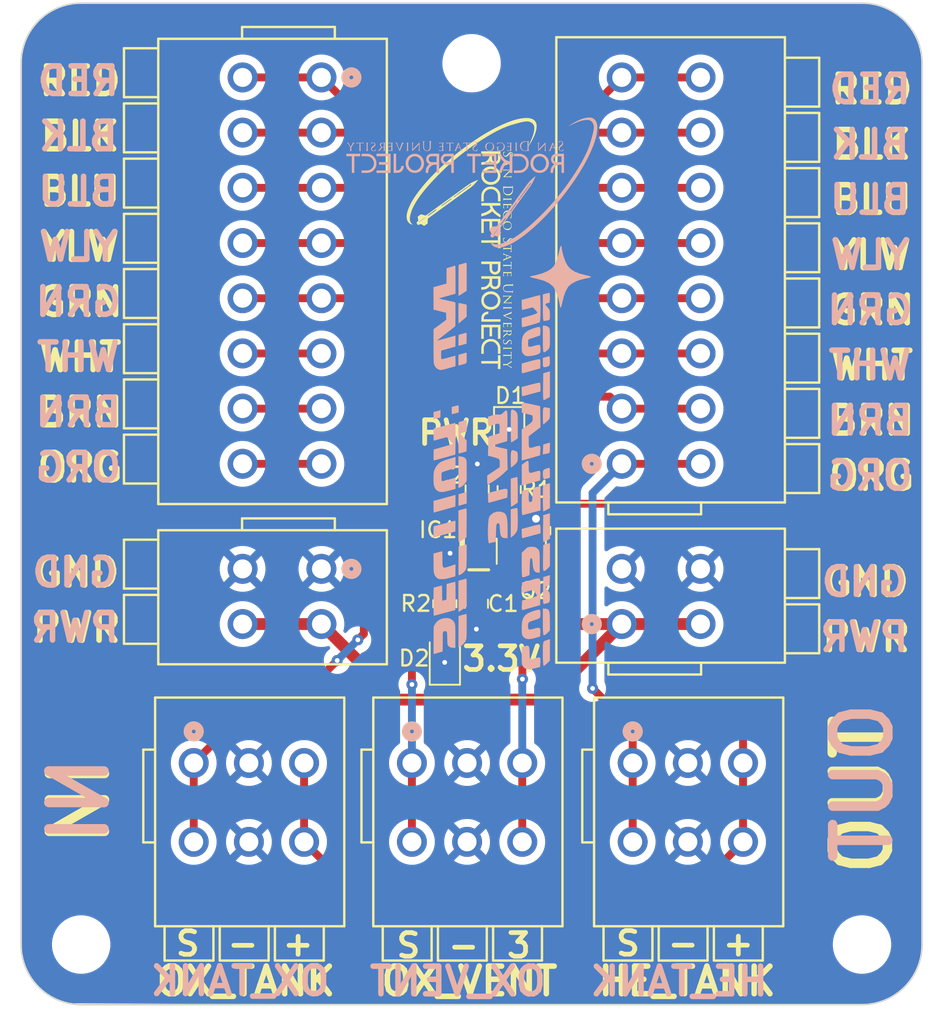
<source format=kicad_pcb>
(kicad_pcb (version 20241229) (generator "pcbnew") (generator_version "9.0")
  (layers (0 "F.Cu" signal) (2 "B.Cu" power) (13 "F.Paste" user) (15 "B.Paste" user) (5 "F.SilkS" user "F.Silkscreen") (7 "B.SilkS" user "B.Silkscreen") (1 "F.Mask" user) (3 "B.Mask" user) (25 "Edge.Cuts" user))
  (net 0 "")
  (net 1 "+3.3V")
  (net 2 "GND")
  (net 3 "VBUS")
  (net 4 "Net-(D1-A)")
  (net 5 "Net-(D2-A)")
  (net 6 "MOV")
  (net 7 "ENG_CHAMBER")
  (net 8 "MFV")
  (net 9 "+BATT")
  (net 10 "O_VENT")
  (net 11 "O_TANK")
  (net 12 "HE_TANK")
  (net 13 "F_TANK")
  (net 14 "F_VENT")
  (net 15 "unconnected-(J2-6_1-Pad11)")
  (net 16 "unconnected-(J2-8_1-Pad15)")
  (net 17 "unconnected-(J2-7_1-Pad13)")
  (footprint "MountingHole:MountingHole_3.2mm_M3" (layer "F.Cu") (at 78.74 85.09)
    (property "Reference" "H2" (hide yes))
    (property "Value" "MountingHole")
    (pad "" np_thru_hole circle (at 0 0) (size 3.2 3.2) (drill 3.2) (layers "*.Cu" "*.Mask"))
  )
  (footprint "Wago 2601_1108:CONN8_2601-1108_WAG" (layer "F.Cu") (at 63.5 54.61 90)
    (property "Reference" "J1" (hide yes))
    (property "Value" "SIGNAL_OUT")
    (pad "1" thru_hole circle (at 0 0 90) (size 1.9 1.9) (drill 1.2) (layers "*.Cu" "*.Mask") (net 12 "HE_TANK"))
    (pad "2" thru_hole circle (at 0 5 90) (size 1.9 1.9) (drill 1.2) (layers "*.Cu" "*.Mask") (net 12 "HE_TANK"))
    (pad "3" thru_hole circle (at 3.5 0 90) (size 1.9 1.9) (drill 1.2) (layers "*.Cu" "*.Mask") (net 10 "O_VENT"))
    (pad "4" thru_hole circle (at 3.500001 4.999999 90) (size 1.9 1.9) (drill 1.2) (layers "*.Cu" "*.Mask") (net 10 "O_VENT"))
    (pad "5" thru_hole circle (at 7.000002 0 90) (size 1.9 1.9) (drill 1.2) (layers "*.Cu" "*.Mask") (net 11 "O_TANK"))
    (pad "6" thru_hole circle (at 7.000002 5 90) (size 1.9 1.9) (drill 1.2) (layers "*.Cu" "*.Mask") (net 11 "O_TANK"))
    (pad "7" thru_hole circle (at 10.500003 0 90) (size 1.9 1.9) (drill 1.2) (layers "*.Cu" "*.Mask") (net 14 "F_VENT"))
    (pad "8" thru_hole circle (at 10.500003 5 90) (size 1.9 1.9) (drill 1.2) (layers "*.Cu" "*.Mask") (net 14 "F_VENT"))
    (pad "9" thru_hole circle (at 14.000003 0 90) (size 1.9 1.9) (drill 1.2) (layers "*.Cu" "*.Mask") (net 13 "F_TANK"))
    (pad "10" thru_hole circle (at 14.000003 5 90) (size 1.9 1.9) (drill 1.2) (layers "*.Cu" "*.Mask") (net 13 "F_TANK"))
    (pad "11" thru_hole circle (at 17.500003 0 90) (size 1.9 1.9) (drill 1.2) (layers "*.Cu" "*.Mask") (net 8 "MFV"))
    (pad "12" thru_hole circle (at 17.500003 5 90) (size 1.9 1.9) (drill 1.2) (layers "*.Cu" "*.Mask") (net 8 "MFV"))
    (pad "13" thru_hole circle (at 21.000004 0 90) (size 1.9 1.9) (drill 1.2) (layers "*.Cu" "*.Mask") (net 6 "MOV"))
    (pad "14" thru_hole circle (at 21.000004 5 90) (size 1.9 1.9) (drill 1.2) (layers "*.Cu" "*.Mask") (net 6 "MOV"))
    (pad "15" thru_hole circle (at 24.500005 0 90) (size 1.9 1.9) (drill 1.2) (layers "*.Cu" "*.Mask") (net 7 "ENG_CHAMBER"))
    (pad "16" thru_hole circle (at 24.500005 5 90) (size 1.9 1.9) (drill 1.2) (layers "*.Cu" "*.Mask") (net 7 "ENG_CHAMBER"))
  )
  (footprint "Wago 2601_1103:CONN3_2601-1103_WAG" (layer "F.Cu") (at 64.195 73.58)
    (property "Reference" "J7" (hide yes))
    (property "Value" "PT_2")
    (pad "1" thru_hole circle (at 0 0) (size 1.9 1.9) (drill 1.2) (layers "*.Cu" "*.Mask") (net 12 "HE_TANK"))
    (pad "2" thru_hole circle (at 0 5) (size 1.9 1.9) (drill 1.2) (layers "*.Cu" "*.Mask") (net 12 "HE_TANK"))
    (pad "3" thru_hole circle (at 3.5 0) (size 1.9 1.9) (drill 1.2) (layers "*.Cu" "*.Mask") (net 2 "GND"))
    (pad "4" thru_hole circle (at 3.5 5) (size 1.9 1.9) (drill 1.2) (layers "*.Cu" "*.Mask") (net 2 "GND"))
    (pad "5" thru_hole circle (at 7.000001 0) (size 1.9 1.9) (drill 1.2) (layers "*.Cu" "*.Mask") (net 3 "VBUS"))
    (pad "6" thru_hole circle (at 7.000001 5) (size 1.9 1.9) (drill 1.2) (layers "*.Cu" "*.Mask") (net 3 "VBUS"))
  )
  (footprint "Resistor_SMD:R_0805_2012Metric" (layer "F.Cu") (at 56.36 56.242499 90)
    (property "Reference" "R1" (at 0.003471 1.73 180) (layer "F.SilkS"))
    (property "Value" "470")
    (pad "1" smd roundrect (at -0.9125 0 90) (size 1.025 1.4) (layers "F.Cu" "F.Mask" "F.Paste") (roundrect_rratio 0.243902) (net 3 "VBUS"))
    (pad "2" smd roundrect (at 0.9125 0 90) (size 1.025 1.4) (layers "F.Cu" "F.Mask" "F.Paste") (roundrect_rratio 0.243902) (net 4 "Net-(D1-A)"))
  )
  (footprint "SDSU RP:RP_Logo" (layer "F.Cu") (at 53.975 40.64 -90)
    (property "Reference" "G***" (hide yes))
    (property "Value" "LOGO" (hide yes))
  )
  (footprint "TLV76033DBZR:SOT95P237X112-3N" (layer "F.Cu") (at 53.379999 59.83 180)
    (property "Reference" "IC1" (at 1.53 1.03 180) (layer "F.SilkS"))
    (property "Value" "TLV76033DBZR" (hide yes))
    (pad "1" smd rect (at -1.050001 -0.95 270) (size 0.6 1.25) (layers "F.Cu" "F.Mask" "F.Paste") (net 1 "+3.3V"))
    (pad "2" smd rect (at -1.050001 0.95 270) (size 0.6 1.25) (layers "F.Cu" "F.Mask" "F.Paste") (net 3 "VBUS"))
    (pad "3" smd rect (at 1.05 0 270) (size 0.6 1.25) (layers "F.Cu" "F.Mask" "F.Paste") (net 2 "GND"))
  )
  (footprint "Capacitor_SMD:C_0805_2012Metric" (layer "F.Cu") (at 54.329999 56.23 90)
    (property "Reference" "C2" (at 0.89 -1.75 180) (layer "F.SilkS"))
    (property "Value" "0.1uF")
    (pad "1" smd roundrect (at -0.949999 0 90) (size 1 1.45) (layers "F.Cu" "F.Mask" "F.Paste") (net 3 "VBUS"))
    (pad "2" smd roundrect (at 0.949999 0 90) (size 1 1.45) (layers "F.Cu" "F.Mask" "F.Paste") (net 2 "GND"))
  )
  (footprint "MountingHole:MountingHole_3.2mm_M3" (layer "F.Cu") (at 29.21 85.09)
    (property "Reference" "H1" (hide yes))
    (property "Value" "MountingHole")
    (pad "" np_thru_hole circle (at 0 0) (size 3.2 3.2) (drill 3.2) (layers "*.Cu" "*.Mask"))
  )
  (footprint "Resistor_SMD:R_0805_2012Metric" (layer "F.Cu") (at 52.279999 63.479999 -90)
    (property "Reference" "R2" (at -0.009998 1.84 180) (layer "F.SilkS"))
    (property "Value" "75")
    (pad "1" smd roundrect (at -0.9125 0 270) (size 1.025 1.4) (layers "F.Cu" "F.Mask" "F.Paste") (roundrect_rratio 0.243902) (net 1 "+3.3V"))
    (pad "2" smd roundrect (at 0.9125 0 270) (size 1.025 1.4) (layers "F.Cu" "F.Mask" "F.Paste") (roundrect_rratio 0.243902) (net 5 "Net-(D2-A)"))
  )
  (footprint "LED_SMD:LED_0805_2012Metric" (layer "F.Cu") (at 56.36 52.692499 -90)
    (property "Reference" "D1" (at -2.402499 -0.069999 180) (layer "F.SilkS"))
    (property "Value" "GREEN")
    (pad "1" smd roundrect (at -0.937501 0 270) (size 0.975 1.4) (layers "F.Cu" "F.Mask" "F.Paste") (net 2 "GND"))
    (pad "2" smd roundrect (at 0.937501 0 270) (size 0.975 1.4) (layers "F.Cu" "F.Mask" "F.Paste") (net 4 "Net-(D1-A)"))
  )
  (footprint "Wago 2601_1103:CONN3_2601-1103_WAG" (layer "F.Cu") (at 36.35 73.58)
    (property "Reference" "J6" (hide yes))
    (property "Value" "PT_1")
    (pad "1" thru_hole circle (at 0 0) (size 1.9 1.9) (drill 1.2) (layers "*.Cu" "*.Mask") (net 11 "O_TANK"))
    (pad "2" thru_hole circle (at 0 5) (size 1.9 1.9) (drill 1.2) (layers "*.Cu" "*.Mask") (net 11 "O_TANK"))
    (pad "3" thru_hole circle (at 3.5 0) (size 1.9 1.9) (drill 1.2) (layers "*.Cu" "*.Mask") (net 2 "GND"))
    (pad "4" thru_hole circle (at 3.5 5) (size 1.9 1.9) (drill 1.2) (layers "*.Cu" "*.Mask") (net 2 "GND"))
    (pad "5" thru_hole circle (at 7.000001 0) (size 1.9 1.9) (drill 1.2) (layers "*.Cu" "*.Mask") (net 3 "VBUS"))
    (pad "6" thru_hole circle (at 7.000001 5) (size 1.9 1.9) (drill 1.2) (layers "*.Cu" "*.Mask") (net 3 "VBUS"))
  )
  (footprint "LED_SMD:LED_0805_2012Metric" (layer "F.Cu") (at 52.279999 66.929999 90)
    (property "Reference" "D2" (at -0.009189 -1.949999 180) (layer "F.SilkS"))
    (property "Value" "RED")
    (pad "1" smd roundrect (at -0.937501 0 90) (size 0.975 1.4) (layers "F.Cu" "F.Mask" "F.Paste") (net 2 "GND"))
    (pad "2" smd roundrect (at 0.937501 0 90) (size 0.975 1.4) (layers "F.Cu" "F.Mask" "F.Paste") (net 5 "Net-(D2-A)"))
  )
  (footprint "Package_TO_SOT_SMD:SOT-23-3" (layer "F.Cu") (at 57.129999 60.15 -90)
    (property "Reference" "Q2" (at 2.51 -0.9 180) (layer "F.SilkS"))
    (property "Value" "DMP3099L")
    (pad "1" smd roundrect (at -1.1375 -0.949999 270) (size 1.325 0.6) (layers "F.Cu" "F.Mask" "F.Paste") (net 2 "GND"))
    (pad "2" smd roundrect (at -1.1375 0.949999 270) (size 1.325 0.6) (layers "F.Cu" "F.Mask" "F.Paste") (net 3 "VBUS"))
    (pad "3" smd roundrect (at 1.1375 0 270) (size 1.325 0.6) (layers "F.Cu" "F.Mask" "F.Paste") (net 9 "+BATT"))
  )
  (footprint "Wago 2601_1102:CONN2_2601-1102_WAG" (layer "F.Cu") (at 44.45 61.27 -90)
    (property "Reference" "J4" (hide yes))
    (property "Value" "PWR IN")
    (pad "1" thru_hole circle (at 0 0 270) (size 1.9 1.9) (drill 1.2) (layers "*.Cu" "*.Mask") (net 2 "GND"))
    (pad "2" thru_hole circle (at 0 5 270) (size 1.9 1.9) (drill 1.2) (layers "*.Cu" "*.Mask") (net 2 "GND"))
    (pad "3" thru_hole circle (at 3.5 0 270) (size 1.9 1.9) (drill 1.2) (layers "*.Cu" "*.Mask") (net 9 "+BATT"))
    (pad "4" thru_hole circle (at 3.5 5 270) (size 1.9 1.9) (drill 1.2) (layers "*.Cu" "*.Mask") (net 9 "+BATT"))
  )
  (footprint "Wago 2601_1102:CONN2_2601-1102_WAG" (layer "F.Cu") (at 63.5 64.77 90)
    (property "Reference" "J3" (hide yes))
    (property "Value" "PWR IN")
    (pad "1" thru_hole circle (at 0 0 90) (size 1.9 1.9) (drill 1.2) (layers "*.Cu" "*.Mask") (net 9 "+BATT"))
    (pad "2" thru_hole circle (at 0 5 90) (size 1.9 1.9) (drill 1.2) (layers "*.Cu" "*.Mask") (net 9 "+BATT"))
    (pad "3" thru_hole circle (at 3.5 0 90) (size 1.9 1.9) (drill 1.2) (layers "*.Cu" "*.Mask") (net 2 "GND"))
    (pad "4" thru_hole circle (at 3.5 5 90) (size 1.9 1.9) (drill 1.2) (layers "*.Cu" "*.Mask") (net 2 "GND"))
  )
  (footprint "Capacitor_SMD:C_0805_2012Metric" (layer "F.Cu") (at 54.279999 63.479999 -90)
    (property "Reference" "C1" (at 0.000001 -1.7 180) (layer "F.SilkS"))
    (property "Value" "0.1uF")
    (pad "1" smd roundrect (at -0.949999 0 270) (size 1 1.45) (layers "F.Cu" "F.Mask" "F.Paste") (net 1 "+3.3V"))
    (pad "2" smd roundrect (at 0.949999 0 270) (size 1 1.45) (layers "F.Cu" "F.Mask" "F.Paste") (net 2 "GND"))
  )
  (footprint "Wago 2601_1103:CONN3_2601-1103_WAG" (layer "F.Cu") (at 50.19 73.58)
    (property "Reference" "J5" (hide yes))
    (property "Value" "HALL_1")
    (pad "1" thru_hole circle (at 0 0) (size 1.9 1.9) (drill 1.2) (layers "*.Cu" "*.Mask") (net 10 "O_VENT"))
    (pad "2" thru_hole circle (at 0 5) (size 1.9 1.9) (drill 1.2) (layers "*.Cu" "*.Mask") (net 10 "O_VENT"))
    (pad "3" thru_hole circle (at 3.5 0) (size 1.9 1.9) (drill 1.2) (layers "*.Cu" "*.Mask") (net 2 "GND"))
    (pad "4" thru_hole circle (at 3.5 5) (size 1.9 1.9) (drill 1.2) (layers "*.Cu" "*.Mask") (net 2 "GND"))
    (pad "5" thru_hole circle (at 7.000001 0) (size 1.9 1.9) (drill 1.2) (layers "*.Cu" "*.Mask") (net 1 "+3.3V"))
    (pad "6" thru_hole circle (at 7.000001 5) (size 1.9 1.9) (drill 1.2) (layers "*.Cu" "*.Mask") (net 1 "+3.3V"))
  )
  (footprint "MountingHole:MountingHole_3.2mm_M3" (layer "F.Cu") (at 53.975 29.21)
    (property "Reference" "H3" (hide yes))
    (property "Value" "MountingHole")
    (pad "" np_thru_hole circle (at 0 0) (size 3.2 3.2) (drill 3.2) (layers "*.Cu" "*.Mask"))
  )
  (footprint "Wago 2601_1108:CONN8_2601-1108_WAG" (layer "F.Cu") (at 44.45 30.109995 -90)
    (property "Reference" "J2" (hide yes))
    (property "Value" "SIGNAL_OUT")
    (pad "1" thru_hole circle (at 0 0 270) (size 1.9 1.9) (drill 1.2) (layers "*.Cu" "*.Mask") (net 7 "ENG_CHAMBER"))
    (pad "2" thru_hole circle (at 0 5 270) (size 1.9 1.9) (drill 1.2) (layers "*.Cu" "*.Mask") (net 7 "ENG_CHAMBER"))
    (pad "3" thru_hole circle (at 3.5 0 270) (size 1.9 1.9) (drill 1.2) (layers "*.Cu" "*.Mask") (net 6 "MOV"))
    (pad "4" thru_hole circle (at 3.500001 4.999999 270) (size 1.9 1.9) (drill 1.2) (layers "*.Cu" "*.Mask") (net 6 "MOV"))
    (pad "5" thru_hole circle (at 7.000002 0 270) (size 1.9 1.9) (drill 1.2) (layers "*.Cu" "*.Mask") (net 8 "MFV"))
    (pad "6" thru_hole circle (at 7.000002 5 270) (size 1.9 1.9) (drill 1.2) (layers "*.Cu" "*.Mask") (net 8 "MFV"))
    (pad "7" thru_hole circle (at 10.500003 0 270) (size 1.9 1.9) (drill 1.2) (layers "*.Cu" "*.Mask") (net 13 "F_TANK"))
    (pad "8" thru_hole circle (at 10.500003 5 270) (size 1.9 1.9) (drill 1.2) (layers "*.Cu" "*.Mask") (net 13 "F_TANK"))
    (pad "9" thru_hole circle (at 14.000003 0 270) (size 1.9 1.9) (drill 1.2) (layers "*.Cu" "*.Mask") (net 14 "F_VENT"))
    (pad "10" thru_hole circle (at 14.000003 5 270) (size 1.9 1.9) (drill 1.2) (layers "*.Cu" "*.Mask") (net 14 "F_VENT"))
    (pad "11" thru_hole circle (at 17.500003 0 270) (size 1.9 1.9) (drill 1.2) (layers "*.Cu" "*.Mask") (net 15 "unconnected-(J2-6_1-Pad11)"))
    (pad "12" thru_hole circle (at 17.500003 5 270) (size 1.9 1.9) (drill 1.2) (layers "*.Cu" "*.Mask") (net 15 "unconnected-(J2-6_1-Pad11)"))
    (pad "13" thru_hole circle (at 21.000004 0 270) (size 1.9 1.9) (drill 1.2) (layers "*.Cu" "*.Mask") (net 17 "unconnected-(J2-7_1-Pad13)"))
    (pad "14" thru_hole circle (at 21.000004 5 270) (size 1.9 1.9) (drill 1.2) (layers "*.Cu" "*.Mask") (net 17 "unconnected-(J2-7_1-Pad13)"))
    (pad "15" thru_hole circle (at 24.500005 0 270) (size 1.9 1.9) (drill 1.2) (layers "*.Cu" "*.Mask") (net 16 "unconnected-(J2-8_1-Pad15)"))
    (pad "16" thru_hole circle (at 24.500005 5 270) (size 1.9 1.9) (drill 1.2) (layers "*.Cu" "*.Mask") (net 16 "unconnected-(J2-8_1-Pad15)"))
  )
  (footprint "LOGO" (layer "B.Cu") (at 58.546016 54.001485 90)
    (property "Reference" "G***" (hide yes))
    (property "Value" "LOGO" (hide yes))
  )
  (footprint "SDSU RP:RP_Logo" (layer "B.Cu") (at 53.99 36.78 180)
    (property "Reference" "G***" (hide yes))
    (property "Value" "LOGO" (hide yes))
  )
  (footprint "LOGO" (layer "B.Cu") (at 52.592457 54.277605 90)
    (property "Reference" "G***" (hide yes))
    (property "Value" "LOGO" (hide yes))
  )
  (gr_line (start 25.4 85.09) (end 25.4 29.21) (stroke (width 0.1)) (layer "Edge.Cuts"))
  (gr_arc (start 29.21 88.9) (mid 26.515923 87.784077) (end 25.4 85.09) (stroke (width 0.1)) (layer "Edge.Cuts"))
  (gr_arc (start 82.55 85.09) (mid 81.434077 87.784077) (end 78.74 88.9) (stroke (width 0.1)) (layer "Edge.Cuts"))
  (gr_arc (start 25.4 29.21) (mid 26.515923 26.515923) (end 29.21 25.4) (stroke (width 0.1)) (layer "Edge.Cuts"))
  (gr_line (start 78.74 88.9) (end 29.21 88.9) (stroke (width 0.1)) (layer "Edge.Cuts"))
  (gr_line (start 82.55 29.21) (end 82.55 85.09) (stroke (width 0.1)) (layer "Edge.Cuts"))
  (gr_arc (start 78.74 25.4) (mid 81.434077 26.515923) (end 82.55 29.21) (stroke (width 0.1)) (layer "Edge.Cuts"))
  (gr_line (start 29.21 25.4) (end 78.74 25.4) (stroke (width 0.1)) (layer "Edge.Cuts"))
  (gr_text "RED" (at 76.585 31.889995 0) (layer "F.SilkS") (effects (font (size 1.75 1.75) (thickness 0.35) (bold yes)) (justify left bottom)))
  (gr_text "IN" (at 26.73 73.02 270) (layer "F.SilkS") (effects (font (size 3.5 3.5) (thickness 0.6) (bold yes)) (justify left bottom)))
  (gr_text "3" (at 56.970001 86.03 0) (layer "F.SilkS") (effects (font (size 1.5 1.5) (thickness 0.3) (bold yes)) (justify bottom)))
  (gr_text "BRN" (at 76.46 52.889995 0) (layer "F.SilkS") (effects (font (size 1.75 1.75) (thickness 0.35) (bold yes)) (justify left bottom)))
  (gr_text "BLK" (at 76.668333 35.389995 0) (layer "F.SilkS") (effects (font (size 1.75 1.75) (thickness 0.35) (bold yes)) (justify left bottom)))
  (gr_text "HE_TANK" (at 67.65 88.44 0) (layer "F.SilkS") (effects (font (size 1.75 1.75) (thickness 0.35) (bold yes)) (justify bottom)))
  (gr_text "+" (at 42.970002 85.91 0) (layer "F.SilkS") (effects (font (size 1.5 1.5) (thickness 0.3) (bold yes)) (justify bottom)))
  (gr_text "PWR" (at 50.44575 53.516616 0) (layer "F.SilkS") (effects (font (size 1.5 1.5) (thickness 0.3) (bold yes)) (justify left bottom)))
  (gr_text "S" (at 35.970001 85.91 0) (layer "F.SilkS") (effects (font (size 1.5 1.5) (thickness 0.3) (bold yes)) (justify bottom)))
  (gr_text "YLW" (at 26.450001 41.865996 0) (layer "F.SilkS") (effects (font (size 1.75 1.75) (thickness 0.35) (bold yes)) (justify left bottom)))
  (gr_text "RED" (at 26.366668 31.365996 0) (layer "F.SilkS") (effects (font (size 1.75 1.75) (thickness 0.35) (bold yes)) (justify left bottom)))
  (gr_text "OX_TANK" (at 39.66 88.44 0) (layer "F.SilkS") (effects (font (size 1.75 1.75) (thickness 0.35) (bold yes)) (justify bottom)))
  (gr_text "-" (at 39.470002 85.91 0) (layer "F.SilkS") (effects (font (size 1.5 1.5) (thickness 0.3) (bold yes)) (justify bottom)))
  (gr_text "S" (at 63.895001 85.9 0) (layer "F.SilkS") (effects (font (size 1.5 1.5) (thickness 0.3) (bold yes)) (justify bottom)))
  (gr_text "BLU" (at 76.626666 38.889995 0) (layer "F.SilkS") (effects (font (size 1.75 1.75) (thickness 0.35) (bold yes)) (justify left bottom)))
  (gr_text "YLW" (at 76.668333 42.389995 0) (layer "F.SilkS") (effects (font (size 1.75 1.75) (thickness 0.35) (bold yes)) (justify left bottom)))
  (gr_text "GRN" (at 26.241668 45.365996 0) (layer "F.SilkS") (effects (font (size 1.75 1.75) (thickness 0.35) (bold yes)) (justify left bottom)))
  (gr_text "WHT" (at 26.325001 48.865996 0) (layer "F.SilkS") (effects (font (size 1.75 1.75) (thickness 0.35) (bold yes)) (justify left bottom)))
  (gr_text "PWR" (at 76.024999 66.62 0) (layer "F.SilkS") (effects (font (size 1.75 1.75) (thickness 0.35) (bold yes)) (justify left bottom)))
  (gr_text "S" (at 49.97 86.03 0) (layer "F.SilkS") (effects (font (size 1.5 1.5) (thickness 0.3) (bold yes)) (justify bottom)))
  (gr_text "ORG" (at 76.46 56.39 0) (layer "F.SilkS") (effects (font (size 1.75 1.75) (thickness 0.35) (bold yes)) (justify left bottom)))
  (gr_text "+" (at 70.895002 85.9 0) (layer "F.SilkS") (effects (font (size 1.5 1.5) (thickness 0.3) (bold yes)) (justify bottom)))
  (gr_text "3.3V" (at 53.229999 67.85 0) (layer "F.SilkS") (effects (font (size 1.5 1.5) (thickness 0.3) (bold yes)) (justify left bottom)))
  (gr_text "PWR" (at 25.95 66.02 0) (layer "F.SilkS") (effects (font (size 1.75 1.75) (thickness 0.35) (bold yes)) (justify left bottom)))
  (gr_text "-" (at 67.395002 85.9 0) (layer "F.SilkS") (effects (font (size 1.5 1.5) (thickness 0.3) (bold yes)) (justify bottom)))
  (gr_text "-" (at 53.470001 86.03 0) (layer "F.SilkS") (effects (font (size 1.5 1.5) (thickness 0.3) (bold yes)) (justify bottom)))
  (gr_text "OX_VENT" (at 53.84 88.44 0) (layer "F.SilkS") (effects (font (size 1.75 1.75) (thickness 0.35) (bold yes)) (justify bottom)))
  (gr_text "BLK" (at 26.450001 34.865996 0) (layer "F.SilkS") (effects (font (size 1.75 1.75) (thickness 0.35) (bold yes)) (justify left bottom)))
  (gr_text "BRN" (at 26.241668 52.365996 0) (layer "F.SilkS") (effects (font (size 1.75 1.75) (thickness 0.35) (bold yes)) (justify left bottom)))
  (gr_text "GND" (at 26.033334 62.519999 0) (layer "F.SilkS") (effects (font (size 1.75 1.75) (thickness 0.35) (bold yes)) (justify left bottom)))
  (gr_text "ORG" (at 26.241668 55.866001 0) (layer "F.SilkS") (effects (font (size 1.75 1.75) (thickness 0.35) (bold yes)) (justify left bottom)))
  (gr_text "GND" (at 76.108333 63.119999 0) (layer "F.SilkS") (effects (font (size 1.75 1.75) (thickness 0.35) (bold yes)) (justify left bottom)))
  (gr_text "GRN" (at 76.46 45.889995 0) (layer "F.SilkS") (effects (font (size 1.75 1.75) (thickness 0.35) (bold yes)) (justify left bottom)))
  (gr_text "BLU" (at 26.408334 38.365996 0) (layer "F.SilkS") (effects (font (size 1.75 1.75) (thickness 0.35) (bold yes)) (justify left bottom)))
  (gr_text "WHT" (at 76.543333 49.389995 0) (layer "F.SilkS") (effects (font (size 1.75 1.75) (thickness 0.35) (bold yes)) (justify left bottom)))
  (gr_text "OUT" (at 80.81 81 90) (layer "F.SilkS") (effects (font (size 3.5 3.5) (thickness 0.6) (bold yes)) (justify left bottom)))
  (gr_text "BLU" (at 31.758335 38.359997 0) (layer "B.SilkS") (effects (font (size 1.75 1.75) (thickness 0.35) (bold yes)) (justify left bottom mirror)))
  (gr_text "GND" (at 31.706666 62.514001 0) (layer "B.SilkS") (effects (font (size 1.75 1.75) (thickness 0.35) (bold yes)) (justify left bottom mirror)))
  (gr_text "YLW" (at 81.935 42.383996 0) (layer "B.SilkS") (effects (font (size 1.75 1.75) (thickness 0.35) (bold yes)) (justify left bottom mirror)))
  (gr_text "IN" (at 26.7 78.98 270) (layer "B.SilkS") (effects (font (size 3.5 3.5) (thickness 0.6) (bold yes)) (justify left bottom mirror)))
  (gr_text "BLK" (at 31.716668 34.859997 0) (layer "B.SilkS") (effects (font (size 1.75 1.75) (thickness 0.35) (bold yes)) (justify left bottom mirror)))
  (gr_text "PWR" (at 31.79 66.014002 0) (layer "B.SilkS") (effects (font (size 1.75 1.75) (thickness 0.35) (bold yes)) (justify left bottom mirror)))
  (gr_text "GND" (at 81.781665 63.114001 0) (layer "B.SilkS") (effects (font (size 1.75 1.75) (thickness 0.35) (bold yes)) (justify left bottom mirror)))
  (gr_text "PWR" (at 81.864999 66.614002 0) (layer "B.SilkS") (effects (font (size 1.75 1.75) (thickness 0.35) (bold yes)) (justify left bottom mirror)))
  (gr_text "ORG" (at 82.143333 56.384001 0) (layer "B.SilkS") (effects (font (size 1.75 1.75) (thickness 0.35) (bold yes)) (justify left bottom mirror)))
  (gr_text "ORG" (at 31.925001 55.860002 0) (layer "B.SilkS") (effects (font (size 1.75 1.75) (thickness 0.35) (bold yes)) (justify left bottom mirror)))
  (gr_text "BRN" (at 82.143333 52.883996 0) (layer "B.SilkS") (effects (font (size 1.75 1.75) (thickness 0.35) (bold yes)) (justify left bottom mirror)))
  (gr_text "OX_TANK" (at 39.290001 88.424 0) (layer "B.SilkS") (effects (font (size 1.75 1.75) (thickness 0.35) (bold yes)) (justify bottom mirror)))
  (gr_text "YLW" (at 31.716668 41.859997 0) (layer "B.SilkS") (effects (font (size 1.75 1.75) (thickness 0.35) (bold yes)) (justify left bottom mirror)))
  (gr_text "OX_VENT" (at 53.1 88.444 0) (layer "B.SilkS") (effects (font (size 1.75 1.75) (thickness 0.35) (bold yes)) (justify bottom mirror)))
  (gr_text "WHT" (at 31.841668 48.859998 0) (layer "B.SilkS") (effects (font (size 1.75 1.75) (thickness 0.35) (bold yes)) (justify left bottom mirror)))
  (gr_text "HE_TANK" (at 67.14 88.444 0) (layer "B.SilkS") (effects (font (size 1.75 1.75) (thickness 0.35) (bold yes)) (justify bottom mirror)))
  (gr_text "GRN" (at 31.925001 45.359997 0) (layer "B.SilkS") (effects (font (size 1.75 1.75) (thickness 0.35) (bold yes)) (justify left bottom mirror)))
  (gr_text "RED" (at 82.018333 31.883996 0) (layer "B.SilkS") (effects (font (size 1.75 1.75) (thickness 0.35) (bold yes)) (justify left bottom mirror)))
  (gr_text "BLK" (at 81.935 35.383996 0) (layer "B.SilkS") (effects (font (size 1.75 1.75) (thickness 0.35) (bold yes)) (justify left bottom mirror)))
  (gr_text "GRN" (at 82.143333 45.883996 0) (layer "B.SilkS") (effects (font (size 1.75 1.75) (thickness 0.35) (bold yes)) (justify left bottom mirror)))
  (gr_text "BRN" (at 31.925001 52.359997 0) (layer "B.SilkS") (effects (font (size 1.75 1.75) (thickness 0.35) (bold yes)) (justify left bottom mirror)))
  (gr_text "RED" (at 31.800001 31.359997 0) (layer "B.SilkS") (effects (font (size 1.75 1.75) (thickness 0.35) (bold yes)) (justify left bottom mirror)))
  (gr_text "WHT" (at 82.06 49.383997 0) (layer "B.SilkS") (effects (font (size 1.75 1.75) (thickness 0.35) (bold yes)) (justify left bottom mirror)))
  (gr_text "OUT" (at 80.84 69.42 90) (layer "B.SilkS") (effects (font (size 3.5 3.5) (thickness 0.6) (bold yes)) (justify left bottom mirror)))
  (gr_text "BLU" (at 81.976667 38.883996 0) (layer "B.SilkS") (effects (font (size 1.75 1.75) (thickness 0.35) (bold yes)) (justify left bottom mirror)))
  (segment (start 54.279999 62.53) (end 57.2 65.450001) (width 0.5) (layer "F.Cu") (net 1))
  (segment (start 57.190001 78.58) (end 57.190001 73.58) (width 0.5) (layer "F.Cu") (net 1))
  (segment (start 57.2 65.450001) (end 57.2 68.26) (width 0.5) (layer "F.Cu") (net 1))
  (via (at 57.2 68.26) (size 0.7) (drill 0.3) (layers "F.Cu" "B.Cu") (net 1))
  (segment (start 57.190001 68.269999) (end 57.190001 73.58) (width 0.5) (layer "B.Cu") (net 1))
  (segment (start 57.2 68.26) (end 57.190001 68.269999) (width 0.5) (layer "B.Cu") (net 1))
  (segment (start 52.329999 59.999999) (end 52.329999 59.83) (width 0.5) (layer "F.Cu") (net 2))
  (segment (start 54.329999 55.280001) (end 54.329999 54.630001) (width 0.5) (layer "F.Cu") (net 2))
  (segment (start 52.279999 67.209999) (end 52.27 67.2) (width 0.5) (layer "F.Cu") (net 2))
  (segment (start 56.36 51.754998) (end 56.36 52.43) (width 0.5) (layer "F.Cu") (net 2))
  (segment (start 54.329999 54.630001) (end 54.34 54.62) (width 0.5) (layer "F.Cu") (net 2))
  (segment (start 52.279999 67.8675) (end 52.279999 67.209999) (width 0.5) (layer "F.Cu") (net 2))
  (segment (start 58.079998 59.0125) (end 58.079998 58.109998) (width 0.5) (layer "F.Cu") (net 2))
  (segment (start 54.279999 64.429998) (end 54.28 65.09) (width 0.5) (layer "F.Cu") (net 2))
  (segment (start 58.079998 58.109998) (end 58.06 58.09) (width 0.5) (layer "F.Cu") (net 2))
  (segment (start 52.61 60.28) (end 52.329999 59.999999) (width 0.5) (layer "F.Cu") (net 2))
  (via (at 54.28 65.09) (size 0.7) (drill 0.3) (layers "F.Cu" "B.Cu") (net 2))
  (via (at 54.34 54.62) (size 0.7) (drill 0.3) (layers "F.Cu" "B.Cu") (net 2))
  (via (at 52.27 67.2) (size 0.7) (drill 0.3) (layers "F.Cu" "B.Cu") (net 2))
  (via (at 52.61 60.28) (size 0.7) (drill 0.3) (layers "F.Cu" "B.Cu") (net 2))
  (via (at 56.36 52.43) (size 0.7) (drill 0.3) (layers "F.Cu" "B.Cu") (net 2))
  (via (at 58.06 58.09) (size 1) (drill 0.5) (layers "F.Cu" "B.Cu") (net 2))
  (segment (start 67.435001 82.34) (end 71.195001 78.58) (width 0.5) (layer "F.Cu") (net 3))
  (segment (start 56.375999 57.139) (end 56.36 57.154999) (width 0.5) (layer "F.Cu") (net 3))
  (segment (start 71.195001 73.58) (end 71.195001 78.58) (width 0.5) (layer "F.Cu") (net 3))
  (segment (start 71.195001 73.58) (end 71.195001 60.745001) (width 0.5) (layer "F.Cu") (net 3))
  (segment (start 43.350001 78.58) (end 47.110001 82.34) (width 0.5) (layer "F.Cu") (net 3))
  (segment (start 43.350001 73.58) (end 43.350001 78.58) (width 0.5) (layer "F.Cu") (net 3))
  (segment (start 67.589 57.139) (end 56.375999 57.139) (width 0.5) (layer "F.Cu") (net 3))
  (segment (start 71.195001 60.745001) (end 67.589 57.139) (width 0.5) (layer "F.Cu") (net 3))
  (segment (start 47.110001 82.34) (end 67.435001 82.34) (width 0.5) (layer "F.Cu") (net 3))
  (segment (start 56.36 53.63) (end 56.36 55.329999) (width 0.5) (layer "F.Cu") (net 4))
  (segment (start 52.279999 64.392499) (end 52.279999 65.992498) (width 0.5) (layer "F.Cu") (net 5))
  (segment (start 68.5 33.609996) (end 63.5 33.609996) (width 0.5) (layer "F.Cu") (net 6))
  (segment (start 63.5 33.609996) (end 44.45 33.609995) (width 0.5) (layer "F.Cu") (net 6))
  (segment (start 44.45 33.609995) (end 39.450001 33.609996) (width 0.5) (layer "F.Cu") (net 6))
  (segment (start 63.5 30.109995) (end 68.5 30.109995) (width 0.5) (layer "F.Cu") (net 7))
  (segment (start 45.651005 31.311) (end 62.298995 31.311) (width 0.5) (layer "F.Cu") (net 7))
  (segment (start 39.45 30.109995) (end 44.45 30.109995) (width 0.5) (layer "F.Cu") (net 7))
  (segment (start 44.45 30.109995) (end 45.651005 31.311) (width 0.5) (layer "F.Cu") (net 7))
  (segment (start 62.298995 31.311) (end 63.5 30.109995) (width 0.5) (layer "F.Cu") (net 7))
  (segment (start 63.5 37.109997) (end 68.5 37.109997) (width 0.5) (layer "F.Cu") (net 8))
  (segment (start 39.45 37.109997) (end 44.45 37.109997) (width 0.5) (layer "F.Cu") (net 8))
  (segment (start 44.45 37.109997) (end 63.5 37.109997) (width 0.5) (layer "F.Cu") (net 8))
  (segment (start 58.71 69.56) (end 63.5 64.77) (width 0.75) (layer "F.Cu") (net 9))
  (segment (start 49.24 69.56) (end 58.71 69.56) (width 0.75) (layer "F.Cu") (net 9))
  (segment (start 60.612499 64.77) (end 63.5 64.77) (width 0.75) (layer "F.Cu") (net 9))
  (segment (start 39.45 64.77) (end 44.45 64.77) (width 0.75) (layer "F.Cu") (net 9))
  (segment (start 44.45 64.77) (end 49.24 69.56) (width 0.75) (layer "F.Cu") (net 9))
  (segment (start 63.5 64.77) (end 68.5 64.77) (width 0.75) (layer "F.Cu") (net 9))
  (segment (start 57.129999 61.2875) (end 60.612499 64.77) (width 0.75) (layer "F.Cu") (net 9))
  (segment (start 50.19 68.6) (end 50.19 51.65) (width 0.5) (layer "F.Cu") (net 10))
  (segment (start 50.19 73.58) (end 50.19 78.58) (width 0.5) (layer "F.Cu") (net 10))
  (segment (start 51.49 50.35) (end 62.74 50.35) (width 0.5) (layer "F.Cu") (net 10))
  (segment (start 50.19 51.65) (end 51.49 50.35) (width 0.5) (layer "F.Cu") (net 10))
  (segment (start 62.74 50.35) (end 63.5 51.11) (width 0.5) (layer "F.Cu") (net 10))
  (segment (start 68.499999 51.109999) (end 63.5 51.11) (width 0.5) (layer "F.Cu") (net 10))
  (via (at 50.19 68.6) (size 0.7) (drill 0.3) (layers "F.Cu" "B.Cu") (net 10))
  (segment (start 50.19 68.6) (end 50.19 73.58) (width 0.5) (layer "B.Cu") (net 10))
  (segment (start 41.97 67.96) (end 36.35 73.58) (width 0.5) (layer "F.Cu") (net 11))
  (segment (start 45.450926 67.079074) (end 44.57 67.96) (width 0.5) (layer "F.Cu") (net 11))
  (segment (start 44.57 67.96) (end 41.97 67.96) (width 0.5) (layer "F.Cu") (net 11))
  (segment (start 47.980002 47.609998) (end 63.5 47.609998) (width 0.5) (layer "F.Cu") (net 11))
  (segment (start 46.759074 65.770926) (end 47.14 65.39) (width 0.5) (layer "F.Cu") (net 11))
  (segment (start 36.35 73.58) (end 36.35 78.58) (width 0.5) (layer "F.Cu") (net 11))
  (segment (start 63.5 47.609998) (end 68.5 47.609998) (width 0.5) (layer "F.Cu") (net 11))
  (segment (start 47.14 48.45) (end 47.980002 47.609998) (width 0.5) (layer "F.Cu") (net 11))
  (segment (start 47.14 65.39) (end 47.14 48.45) (width 0.5) (layer "F.Cu") (net 11))
  (via (at 45.450926 67.079074) (size 0.7) (drill 0.3) (layers "F.Cu" "B.Cu") (net 11))
  (via (at 46.759074 65.770926) (size 0.7) (drill 0.3) (layers "F.Cu" "B.Cu") (net 11))
  (segment (start 46.759074 65.770926) (end 45.450926 67.079074) (width 0.5) (layer "B.Cu") (net 11))
  (segment (start 63.5 54.61) (end 68.5 54.61) (width 0.5) (layer "F.Cu") (net 12))
  (segment (start 64.195 73.58) (end 64.195 71.395) (width 0.5) (layer "F.Cu") (net 12))
  (segment (start 64.195 71.395) (end 61.65 68.85) (width 0.5) (layer "F.Cu") (net 12))
  (segment (start 64.195 78.58) (end 64.195 73.58) (width 0.5) (layer "F.Cu") (net 12))
  (via (at 61.65 68.85) (size 0.7) (drill 0.3) (layers "F.Cu" "B.Cu") (net 12))
  (segment (start 61.65 68.85) (end 61.65 56.46) (width 0.5) (layer "B.Cu") (net 12))
  (segment (start 61.65 56.46) (end 63.5 54.61) (width 0.5) (layer "B.Cu") (net 12))
  (segment (start 39.45 40.609998) (end 44.45 40.609998) (width 0.5) (layer "F.Cu") (net 13))
  (segment (start 44.45 40.609998) (end 63.5 40.609997) (width 0.5) (layer "F.Cu") (net 13))
  (segment (start 63.5 40.609997) (end 68.5 40.609997) (width 0.5) (layer "F.Cu") (net 13))
  (segment (start 39.45 44.109998) (end 44.45 44.109998) (width 0.5) (layer "F.Cu") (net 14))
  (segment (start 44.45 44.109998) (end 63.5 44.109997) (width 0.5) (layer "F.Cu") (net 14))
  (segment (start 68.5 44.109997) (end 63.5 44.109997) (width 0.5) (layer "F.Cu") (net 14))
  (segment (start 39.45 47.609998) (end 44.45 47.609998) (width 0.5) (layer "F.Cu") (net 15))
  (segment (start 44.45 54.61) (end 39.45 54.61) (width 0.5) (layer "F.Cu") (net 16))
  (segment (start 44.45 51.109999) (end 39.45 51.109999) (width 0.5) (layer "F.Cu") (net 17))
  (zone (net 3) (net_name "VBUS") (layer "F.Cu") (priority 1) (connect_pads yes (clearance 0.5)) (min_thickness 0.25) (fill yes (thermal_gap 0.5) (thermal_bridge_width 0.5))
    (polygon (pts (xy 57.095 56.469563) (xy 57.095 59.69) (xy 53.510001 59.69) (xy 53.49 56.48)))
  )
  (zone (net 1) (net_name "+3.3V") (layer "F.Cu") (priority 2) (connect_pads yes (clearance 0.5)) (min_thickness 0.25) (fill yes (thermal_gap 0.5) (thermal_bridge_width 0.5))
    (polygon (pts (xy 51.43 61.85) (xy 52.84 61.85) (xy 53.6 61.09) (xy 53.6 60.3) (xy 55.16 60.3) (xy 55.24 60.38) (xy 55.24 62.993745) (xy 55.003745 63.23) (xy 51.52 63.23) (xy 51.531254 63.218746) (xy 51.544999 63.218746) (xy 51.43 63.103747)))
  )
  (zone (net 2) (net_name "GND") (layer "B.Cu") (connect_pads (clearance 0.5)) (min_thickness 0.25) (fill yes (thermal_gap 0.5) (thermal_bridge_width 0.5))
    (polygon (pts (xy 25.4 88.8) (xy 25.35 25.2) (xy 82.5 25.4) (xy 82.6 89.05)))
  )
)
</source>
